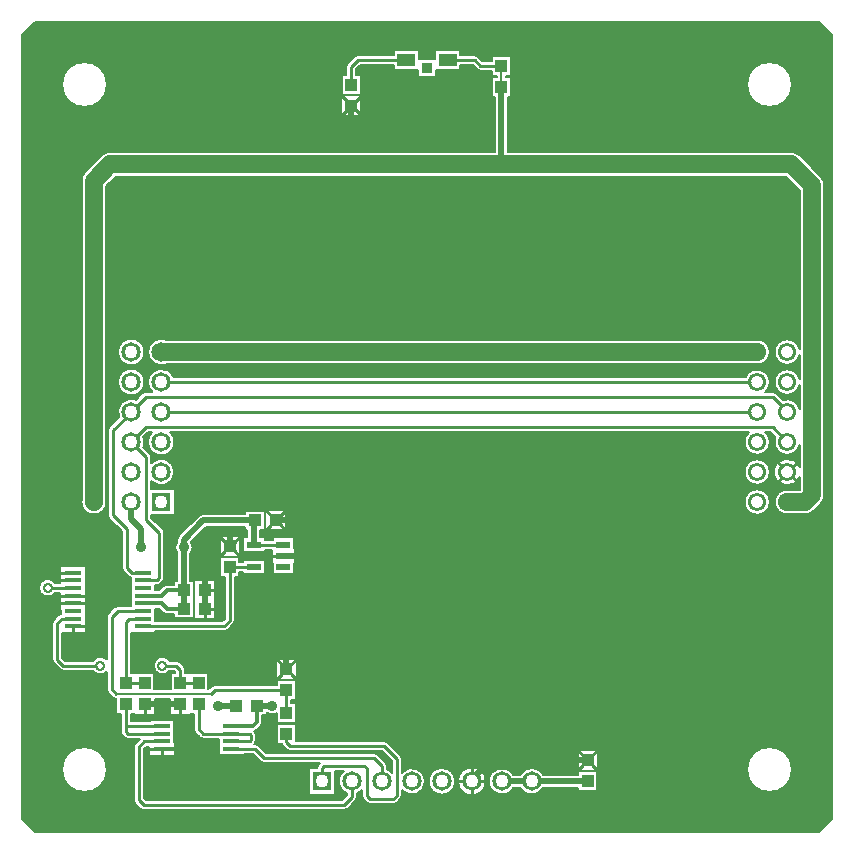
<source format=gbr>
G04 DesignSpark PCB PRO Gerber Version 10.0 Build 5299*
G04 #@! TF.Part,Single*
G04 #@! TF.FileFunction,Copper,L1,Top*
G04 #@! TF.FilePolarity,Positive*
%FSLAX35Y35*%
%MOIN*%
G04 #@! TA.AperFunction,SMDPad,CuDef*
%ADD78R,0.05807X0.01772*%
%ADD75R,0.03937X0.04291*%
%ADD79R,0.04724X0.02362*%
%ADD80R,0.04291X0.03937*%
%ADD76R,0.05906X0.04331*%
%ADD77R,0.03543X0.03543*%
G04 #@! TD.AperFunction*
%ADD22C,0.00500*%
%ADD10C,0.00787*%
%ADD28C,0.00984*%
%ADD11C,0.01000*%
%ADD27C,0.01181*%
%ADD26C,0.01969*%
G04 #@! TA.AperFunction,ViaPad*
%ADD12C,0.03543X0.01969*%
G04 #@! TD.AperFunction*
%ADD29C,0.05906*%
G04 #@! TA.AperFunction,ViaPad*
%ADD72C,0.06000X0.03500*%
G04 #@! TA.AperFunction,ComponentPad*
%ADD15C,0.06102X0.04094*%
%ADD73R,0.06496X0.06496X0.04331*%
%ADD74C,0.06496X0.04331*%
%ADD81C,0.39370X0.25000*%
G04 #@! TD.AperFunction*
X0Y0D02*
D02*
D10*
X6974Y268984D02*
Y7394D01*
X11331Y3037D01*
X272921D01*
X277278Y7394D01*
Y268984D01*
X272921Y273341D01*
X11331D01*
X6974Y268984D01*
X273394Y221626D02*
G75*
G02*
X274606Y218701I-2922J-2925D01*
G01*
Y115551D01*
G75*
G02*
X273394Y112626I-4134J0D01*
G01*
X271035Y110268D01*
G75*
G02*
X268110Y109055I-2925J2922D01*
G01*
X263112D01*
G75*
G02*
X257972Y113189I-907J4134D01*
G01*
G75*
G02*
X263112Y117323I4232J0D01*
G01*
X266339D01*
Y121556D01*
G75*
G02*
X257760Y123189I-4134J1633D01*
G01*
G75*
G02*
X266339Y124822I4445J0D01*
G01*
Y132281D01*
G75*
G02*
X257972Y133189I-4134J907D01*
G01*
G75*
G02*
X258273Y134755I4233J0D01*
G01*
X256630Y136398D01*
X254965D01*
G75*
G02*
X256437Y133189I-2760J-3209D01*
G01*
G75*
G02*
X247972I-4232J0D01*
G01*
G75*
G02*
X249445Y136398I4232J0D01*
G01*
X56596D01*
G75*
G02*
X57972Y133189I-3053J-3209D01*
G01*
G75*
G02*
X49114I-4429J0D01*
G01*
G75*
G02*
X50490Y136398I4429J0D01*
G01*
X49000D01*
X47591Y134988D01*
G75*
G02*
X47626Y131472I-4047J-1799D01*
G01*
X49803Y129295D01*
G75*
G02*
X50295Y128110I-1181J-1185D01*
G01*
Y126200D01*
G75*
G02*
X57972Y123189I3248J-3011D01*
G01*
G75*
G02*
X50295Y120178I-4429J0D01*
G01*
Y117618D01*
X57972D01*
Y108760D01*
X50295D01*
Y107976D01*
X54134Y104138D01*
G75*
G02*
X54626Y102953I-1181J-1185D01*
G01*
Y87992D01*
G75*
G02*
X54134Y86807I-1673J0D01*
G01*
X53252Y85925D01*
G75*
G02*
X52067Y85433I-1185J1181D01*
G01*
X51478D01*
Y83760D01*
X52908D01*
X54258Y85110D01*
G75*
G02*
X55512Y85630I1254J-1252D01*
G01*
X57740D01*
Y87008D01*
X58902D01*
Y96024D01*
G75*
G02*
Y100039I2165J2007D01*
G01*
Y100634D01*
G75*
G02*
X59536Y102165I2165J0D01*
G01*
X65989Y108618D01*
G75*
G02*
X67522Y109252I1531J-1531D01*
G01*
X81362D01*
Y110236D01*
X88016D01*
Y103937D01*
X86614D01*
Y101378D01*
X87992D01*
Y100689D01*
X90748D01*
Y101378D01*
X97835D01*
Y97850D01*
X98047D01*
Y92701D01*
X97835D01*
Y89173D01*
X90748D01*
Y92701D01*
X90535D01*
Y97343D01*
X87992D01*
Y96654D01*
X80906D01*
Y101378D01*
X82283D01*
Y103937D01*
X81362D01*
Y104921D01*
X68417D01*
X63372Y99877D01*
G75*
G02*
X63232Y96024I-2305J-1845D01*
G01*
Y87008D01*
X64394D01*
Y74409D01*
X57740D01*
Y75787D01*
X55512D01*
G75*
G02*
X54258Y76307I0J1772D01*
G01*
X52908Y77657D01*
X51478D01*
Y73425D01*
X73815D01*
X74705Y74315D01*
Y88055D01*
X73228D01*
Y94709D01*
X79528D01*
Y93209D01*
X80906D01*
Y93898D01*
X87992D01*
Y89173D01*
X80906D01*
Y89862D01*
X79528D01*
Y88055D01*
X78051D01*
Y73626D01*
G75*
G02*
Y73623I-793J-1D01*
G01*
G75*
G02*
Y73622I-683J0D01*
G01*
G75*
G02*
X77561Y72439I-1673J0D01*
G01*
X75691Y70569D01*
G75*
G02*
X74504Y70079I-1183J1183D01*
G01*
X51478D01*
Y69685D01*
X43406D01*
Y56039D01*
X51181D01*
Y50787D01*
X56693D01*
Y56039D01*
X58169D01*
Y56591D01*
X57772Y56988D01*
X56370D01*
G75*
G02*
X50984Y58661I-2433J1673D01*
G01*
G75*
G02*
X56370Y60335I2953J0D01*
G01*
X58465D01*
G75*
G02*
X59650Y59843I0J-1673D01*
G01*
X61024Y58469D01*
G75*
G02*
X61516Y57283I-1181J-1185D01*
G01*
Y56039D01*
X69291D01*
Y50791D01*
X70120Y51620D01*
G75*
G02*
X71307Y52110I1183J-1183D01*
G01*
X92126D01*
Y53764D01*
X98425D01*
Y47110D01*
X96949D01*
Y46197D01*
X98425D01*
Y39543D01*
X92126D01*
Y42778D01*
G75*
G02*
X88717Y42962I-1575J2498D01*
G01*
Y42126D01*
X87161D01*
Y39764D01*
G75*
G02*
X86642Y38510I-1772J0D01*
G01*
X85364Y37232D01*
G75*
G02*
X84506Y36757I-1254J1252D01*
G01*
X84646Y36618D01*
G75*
G02*
X85138Y35433I-1181J-1185D01*
G01*
Y33858D01*
G75*
G02*
X84646Y32673I-1673J0D01*
G01*
X84453Y32480D01*
X84941D01*
G75*
G02*
X86126Y31988I0J-1673D01*
G01*
X88488Y29626D01*
X124327D01*
G75*
G02*
X125514Y29136I3J-1673D01*
G01*
X128270Y26380D01*
G75*
G02*
X128760Y25197I-1183J-1183D01*
G01*
G75*
G02*
Y25196I-683J0D01*
G01*
G75*
G02*
Y25193I-793J-1D01*
G01*
Y24180D01*
G75*
G02*
X130413Y23003I-1673J-4101D01*
G01*
Y26866D01*
X127063Y30217D01*
X96457D01*
G75*
G02*
X95272Y30709I0J1673D01*
G01*
X94094Y31886D01*
G75*
G02*
X93688Y32543I1181J1185D01*
G01*
X92126D01*
Y39197D01*
X98425D01*
Y33563D01*
X127756D01*
G75*
G02*
X128941Y33071I0J-1673D01*
G01*
X133268Y28744D01*
G75*
G02*
X133760Y27559I-1181J-1185D01*
G01*
Y23003D01*
G75*
G02*
X141516Y20079I3327J-2924D01*
G01*
G75*
G02*
X133760Y17155I-4429J0D01*
G01*
Y15354D01*
G75*
G02*
X133268Y14169I-1673J0D01*
G01*
X132091Y12992D01*
G75*
G02*
X130906Y12500I-1185J1181D01*
G01*
X123228D01*
G75*
G02*
X122043Y12992I0J1673D01*
G01*
X120866Y14169D01*
G75*
G02*
X120374Y15354I1181J1185D01*
G01*
Y17111D01*
G75*
G02*
X118760Y15978I-3287J2969D01*
G01*
Y14724D01*
G75*
G02*
X118268Y13539I-1673J0D01*
G01*
X115752Y11024D01*
G75*
G02*
X114567Y10531I-1185J1181D01*
G01*
X47641D01*
G75*
G02*
X46455Y11022I-3J1673D01*
G01*
X44880Y12596D01*
G75*
G02*
X44390Y13780I1183J1183D01*
G01*
G75*
G02*
Y13783I793J2D01*
G01*
Y31493D01*
G75*
G02*
Y31495I793J2D01*
G01*
G75*
G02*
Y31496I683J0D01*
G01*
G75*
G02*
X44880Y32679I1673J0D01*
G01*
X46453Y34252D01*
X42425D01*
G75*
G02*
X41238Y34742I-3J1673D01*
G01*
X40549Y35431D01*
G75*
G02*
X40059Y36614I1183J1183D01*
G01*
G75*
G02*
Y36615I683J0D01*
G01*
G75*
G02*
Y36618I793J2D01*
G01*
Y42386D01*
X38583D01*
Y47539D01*
G75*
G02*
X37400Y48030I0J1673D01*
G01*
X35825Y49604D01*
G75*
G02*
X35335Y50787I1183J1183D01*
G01*
G75*
G02*
Y50788I683J0D01*
G01*
G75*
G02*
Y50791I793J2D01*
G01*
Y56553D01*
G75*
G02*
X30835Y56988I-2067J2109D01*
G01*
X20866D01*
G75*
G02*
X19681Y57480I0J1673D01*
G01*
X17717Y59445D01*
G75*
G02*
X17224Y60630I1181J1185D01*
G01*
Y72835D01*
G75*
G02*
X17717Y74020I1673J0D01*
G01*
X19189Y75492D01*
G75*
G02*
X20175Y75972I1185J-1181D01*
G01*
Y77150D01*
X19963D01*
Y82874D01*
X18181D01*
G75*
G02*
X12795Y84547I-2433J1673D01*
G01*
G75*
G02*
X18181Y86220I2953J0D01*
G01*
X19963D01*
Y91945D01*
X28557D01*
Y84827D01*
X28344D01*
Y84268D01*
X28557D01*
Y77150D01*
X28344D01*
Y74031D01*
X28557D01*
Y69472D01*
X20571D01*
Y61323D01*
X21559Y60335D01*
X30835D01*
G75*
G02*
X35335Y60770I2433J-1673D01*
G01*
Y74803D01*
G75*
G02*
X35827Y75988I1673J0D01*
G01*
X37890Y78051D01*
G75*
G02*
X39075Y78543I1185J-1181D01*
G01*
X43309D01*
Y88039D01*
G75*
G02*
X42518Y88482I392J1627D01*
G01*
X40943Y90057D01*
G75*
G02*
X40453Y91240I1183J1183D01*
G01*
G75*
G02*
Y91241I683J0D01*
G01*
G75*
G02*
Y91244I793J2D01*
G01*
Y103441D01*
X36220Y107673D01*
G75*
G02*
X35728Y108858I1181J1185D01*
G01*
Y137047D01*
G75*
G02*
X36220Y138232I1673J0D01*
G01*
X39460Y141472D01*
G75*
G02*
X45148Y147317I4083J1717D01*
G01*
X47240Y149409D01*
G75*
G02*
X48425Y149902I1185J-1181D01*
G01*
X50575D01*
G75*
G02*
X49114Y153189I2968J3287D01*
G01*
G75*
G02*
X57644Y154862I4429J0D01*
G01*
X248317D01*
G75*
G02*
X256437Y153189I3887J-1673D01*
G01*
G75*
G02*
X254870Y149902I-4232J0D01*
G01*
X257362D01*
G75*
G02*
X258547Y149409I0J-1673D01*
G01*
X260782Y147175D01*
G75*
G02*
X266339Y144096I1423J-3986D01*
G01*
Y152281D01*
G75*
G02*
X257972Y153189I-4134J907D01*
G01*
G75*
G02*
X266339Y154096I4232J0D01*
G01*
Y162281D01*
G75*
G02*
X257972Y163189I-4134J907D01*
G01*
G75*
G02*
X266339Y164096I4232J0D01*
G01*
Y216989D01*
X261674Y221654D01*
X38326D01*
X35236Y218563D01*
Y113816D01*
G75*
G02*
X35283Y113189I-4134J-627D01*
G01*
G75*
G02*
X26921I-4181J0D01*
G01*
G75*
G02*
X26969Y113816I4181J0D01*
G01*
Y220276D01*
G75*
G02*
X28181Y223200I4134J0D01*
G01*
X33689Y228709D01*
G75*
G02*
X36614Y229921I2925J-2922D01*
G01*
X164764D01*
Y248291D01*
X163780D01*
Y254945D01*
X165498D01*
Y255291D01*
X163780D01*
Y256945D01*
X159889D01*
G75*
G02*
X158703Y257435I-3J1673D01*
G01*
X157378Y258760D01*
X153150D01*
Y257087D01*
X145079D01*
Y254921D01*
X139173D01*
Y257087D01*
X131102D01*
Y258760D01*
X119787D01*
X118602Y257575D01*
Y255646D01*
X120079D01*
Y248992D01*
X113780D01*
Y255646D01*
X115256D01*
Y258264D01*
G75*
G02*
Y258267I793J2D01*
G01*
G75*
G02*
Y258268I683J0D01*
G01*
G75*
G02*
X115746Y259451I1673J0D01*
G01*
X117911Y261616D01*
G75*
G02*
X119098Y262106I1183J-1183D01*
G01*
X131102D01*
Y263780D01*
X139370D01*
Y260827D01*
X144882D01*
Y263780D01*
X153150D01*
Y262106D01*
X158067D01*
G75*
G02*
X159254Y261616I3J-1673D01*
G01*
X160579Y260291D01*
X163780D01*
Y261945D01*
X170079D01*
Y255291D01*
X168360D01*
Y254945D01*
X170079D01*
Y248291D01*
X169094D01*
Y229921D01*
X263386D01*
G75*
G02*
X266311Y228709I0J-4134D01*
G01*
X273394Y221626D01*
X39114Y153189D02*
G75*
G02*
X47972I4429J0D01*
G01*
G75*
G02*
X39114I-4429J0D01*
G01*
Y163189D02*
G75*
G02*
X47972I4429J0D01*
G01*
G75*
G02*
X39114I-4429J0D01*
G01*
X251297Y167323D02*
G75*
G02*
X256437Y163189I907J-4134D01*
G01*
G75*
G02*
X251297Y159055I-4232J0D01*
G01*
X55133D01*
G75*
G02*
X49114Y163189I-1590J4134D01*
G01*
G75*
G02*
X55133Y167323I4429J0D01*
G01*
X251297D01*
X88150Y110449D02*
X95228D01*
Y103724D01*
X88150D01*
Y110449D01*
X142657Y20079D02*
G75*
G02*
X151516I4429J0D01*
G01*
G75*
G02*
X142657I-4429J0D01*
G01*
X152445D02*
G75*
G02*
X161728I4642J0D01*
G01*
G75*
G02*
X152445I-4642J0D01*
G01*
X192520Y23449D02*
X198819D01*
Y16795D01*
X192520D01*
Y17913D01*
X180950D01*
G75*
G02*
X173223I-3864J2165D01*
G01*
X170950D01*
G75*
G02*
X162657Y20079I-3864J2165D01*
G01*
G75*
G02*
X170950Y22244I4429J0D01*
G01*
X173223D01*
G75*
G02*
X180950I3864J-2165D01*
G01*
X192520D01*
Y23449D01*
X192307Y30661D02*
X199031D01*
Y23583D01*
X192307D01*
Y30661D01*
X247972Y113189D02*
G75*
G02*
X256437I4232J0D01*
G01*
G75*
G02*
X247972I-4232J0D01*
G01*
X248819Y24016D02*
G75*
G02*
X263780I7480J0D01*
G01*
G75*
G02*
X248819I-7480J0D01*
G01*
X247972Y123189D02*
G75*
G02*
X256437I4232J0D01*
G01*
G75*
G02*
X247972I-4232J0D01*
G01*
X91913Y60976D02*
X98638D01*
Y53898D01*
X91913D01*
Y60976D01*
X73016Y101921D02*
X79740D01*
Y94843D01*
X73016D01*
Y101921D01*
X64528Y87220D02*
X71606D01*
Y74197D01*
X64528D01*
Y87220D01*
X20472Y24016D02*
G75*
G02*
X35433I7480J0D01*
G01*
G75*
G02*
X20472I-7480J0D01*
G01*
Y252362D02*
G75*
G02*
X35433I7480J0D01*
G01*
G75*
G02*
X20472I-7480J0D01*
G01*
X113567Y248858D02*
X120291D01*
Y241780D01*
X113567D01*
Y248858D01*
X248819Y252362D02*
G75*
G02*
X263780I7480J0D01*
G01*
G75*
G02*
X248819I-7480J0D01*
G01*
X7368Y20079D02*
G36*
X7368Y20079D02*
Y7000D01*
X10937Y3431D01*
X273315D01*
X276884Y7000D01*
Y20079D01*
X262659D01*
G75*
G02*
X249939I-6360J3937D01*
G01*
X198819D01*
Y16795D01*
X192520D01*
Y17913D01*
X180950D01*
G75*
G02*
X173223I-3864J2165D01*
G01*
X170950D01*
G75*
G02*
X162657Y20079I-3864J2165D01*
G01*
X161728D01*
G75*
G02*
X152445I-4642J0D01*
G01*
X151516D01*
G75*
G02*
X142657I-4429J0D01*
G01*
X141516D01*
Y20078D01*
G75*
G02*
X133760Y17155I-4429J0D01*
G01*
Y15354D01*
G75*
G02*
X133268Y14169I-1673J0D01*
G01*
X132091Y12992D01*
G75*
G02*
X130906Y12500I-1185J1180D01*
G01*
X123228D01*
G75*
G02*
X122043Y12992I0J1672D01*
G01*
X120866Y14169D01*
G75*
G02*
X120374Y15354I1181J1185D01*
G01*
Y17111D01*
G75*
G02*
X118760Y15978I-3285J2965D01*
G01*
Y14724D01*
G75*
G02*
X118268Y13539I-1673J0D01*
G01*
X115752Y11024D01*
G75*
G02*
X114567Y10531I-1185J1180D01*
G01*
X47641D01*
G75*
G02*
X46455Y11022I-3J1674D01*
G01*
X44880Y12596D01*
G75*
G02*
X44390Y13780I1185J1184D01*
G01*
Y13780D01*
Y13783D01*
Y20079D01*
X34313D01*
G75*
G02*
X21593I-6360J3937D01*
G01*
X7368D01*
G37*
Y27122D02*
G36*
X7368Y27122D02*
Y20079D01*
X21593D01*
G75*
G02*
X20472Y24016I6361J3937D01*
G01*
G75*
G02*
X21148Y27122I7481J0D01*
G01*
X7368D01*
G37*
X35433Y24016D02*
G36*
X35433Y24016D02*
G75*
G02*
X34313Y20079I-7481J0D01*
G01*
X44390D01*
Y27122D01*
X34757D01*
G75*
G02*
X35433Y24016I-6805J-3107D01*
G01*
G37*
X127528Y27122D02*
G36*
X127528Y27122D02*
X128270Y26380D01*
G75*
G02*
X128760Y25197I-1185J-1184D01*
G01*
Y25196D01*
Y25193D01*
Y24180D01*
G75*
G02*
X130413Y23003I-1673J-4101D01*
G01*
Y26866D01*
X130157Y27122D01*
X127528D01*
G37*
X133760D02*
G36*
X133760Y27122D02*
Y23003D01*
G75*
G02*
X141516Y20079I3327J-2924D01*
G01*
Y20079D01*
X142657D01*
G75*
G02*
X151516I4429J0D01*
G01*
X152445D01*
G75*
G02*
X161728I4642J0D01*
G01*
X162657D01*
G75*
G02*
X170950Y22244I4429J0D01*
G01*
X173223D01*
G75*
G02*
X180950I3864J-2165D01*
G01*
X192520D01*
Y23449D01*
X198819D01*
Y20079D01*
X249939D01*
G75*
G02*
X248819Y24016I6361J3937D01*
G01*
G75*
G02*
X249494Y27122I7481J0D01*
G01*
X199031D01*
Y23583D01*
X192307D01*
Y27122D01*
X133760D01*
G37*
X263780Y24016D02*
G36*
X263780Y24016D02*
G75*
G02*
X262659Y20079I-7481J0D01*
G01*
X276884D01*
Y27122D01*
X263104D01*
G75*
G02*
X263780Y24016I-6805J-3107D01*
G01*
G37*
X7368Y57437D02*
G36*
X7368Y57437D02*
Y27122D01*
X21148D01*
G75*
G02*
X34757I6805J-3106D01*
G01*
X44390D01*
Y31493D01*
Y31495D01*
Y31496D01*
G75*
G02*
X44880Y32679I1676J-1D01*
G01*
X46453Y34252D01*
X42425D01*
G75*
G02*
X41238Y34742I-3J1674D01*
G01*
X40549Y35431D01*
G75*
G02*
X40059Y36614I1185J1184D01*
G01*
Y36615D01*
Y36618D01*
Y42386D01*
X38583D01*
Y47539D01*
G75*
G02*
X37400Y48030I1J1676D01*
G01*
X35825Y49604D01*
G75*
G02*
X35335Y50787I1185J1184D01*
G01*
Y50788D01*
Y50791D01*
Y56553D01*
G75*
G02*
X30835Y56988I-2067J2109D01*
G01*
X20866D01*
G75*
G02*
X19726Y57437I0J1672D01*
G01*
X7368D01*
G37*
X43406D02*
G36*
X43406Y57437D02*
Y56039D01*
X51181D01*
Y50787D01*
X56693D01*
Y56039D01*
X58169D01*
Y56591D01*
X57772Y56988D01*
X56370D01*
G75*
G02*
X51250Y57437I-2433J1674D01*
G01*
X43406D01*
G37*
X61516Y57283D02*
G36*
X61516Y57283D02*
Y56039D01*
X69291D01*
Y50791D01*
X70120Y51620D01*
G75*
G02*
X71307Y52110I1183J-1184D01*
G01*
X92126D01*
Y53764D01*
X98425D01*
Y47110D01*
X96949D01*
Y46197D01*
X98425D01*
Y39543D01*
X92126D01*
Y42778D01*
G75*
G02*
X88717Y42962I-1575J2498D01*
G01*
Y42126D01*
X87161D01*
Y39764D01*
G75*
G02*
X86642Y38510I-1772J0D01*
G01*
X85364Y37232D01*
G75*
G02*
X84506Y36757I-1252J1249D01*
G01*
X84646Y36618D01*
G75*
G02*
X85138Y35433I-1181J-1185D01*
G01*
Y33858D01*
G75*
G02*
X84646Y32673I-1673J0D01*
G01*
X84453Y32480D01*
X84941D01*
G75*
G02*
X86126Y31988I0J-1672D01*
G01*
X88488Y29626D01*
X124327D01*
G75*
G02*
X125514Y29136I3J-1674D01*
G01*
X127528Y27122D01*
X130157D01*
X127063Y30217D01*
X96457D01*
G75*
G02*
X95272Y30709I0J1672D01*
G01*
X94094Y31886D01*
G75*
G02*
X93688Y32543I1187J1189D01*
G01*
X92126D01*
Y39197D01*
X98425D01*
Y33563D01*
X127756D01*
G75*
G02*
X128941Y33071I0J-1672D01*
G01*
X133268Y28744D01*
G75*
G02*
X133760Y27559I-1181J-1185D01*
G01*
Y27122D01*
X192307D01*
Y30661D01*
X199031D01*
Y27122D01*
X249494D01*
G75*
G02*
X263104I6805J-3106D01*
G01*
X276884D01*
Y57437D01*
X98638D01*
Y53898D01*
X91913D01*
Y57437D01*
X61509D01*
G75*
G02*
X61516Y57283I-1667J-154D01*
G01*
G37*
X7368Y80709D02*
G36*
X7368Y80709D02*
Y57437D01*
X19726D01*
G75*
G02*
X19681Y57480I1140J1226D01*
G01*
X17717Y59445D01*
G75*
G02*
X17224Y60630I1181J1185D01*
G01*
Y72835D01*
G75*
G02*
X17717Y74020I1673J0D01*
G01*
X19189Y75492D01*
G75*
G02*
X20175Y75972I1186J-1183D01*
G01*
Y77150D01*
X19963D01*
Y80709D01*
X7368D01*
G37*
X20571Y69472D02*
G36*
X20571Y69472D02*
Y61323D01*
X21559Y60335D01*
X30835D01*
G75*
G02*
X35335Y60770I2433J-1674D01*
G01*
Y74803D01*
G75*
G02*
X35827Y75988I1673J0D01*
G01*
X37890Y78051D01*
G75*
G02*
X39075Y78543I1185J-1180D01*
G01*
X43309D01*
Y80709D01*
X28557D01*
Y77150D01*
X28344D01*
Y74031D01*
X28557D01*
Y69472D01*
X20571D01*
G37*
X43406Y69685D02*
G36*
X43406Y69685D02*
Y57437D01*
X51250D01*
G75*
G02*
X50984Y58661I2687J1224D01*
G01*
G75*
G02*
X56370Y60335I2953J0D01*
G01*
X58465D01*
G75*
G02*
X59650Y59843I0J-1672D01*
G01*
X61024Y58469D01*
G75*
G02*
X61509Y57437I-1180J-1185D01*
G01*
X91913D01*
Y60976D01*
X98638D01*
Y57437D01*
X276884D01*
Y80709D01*
X78051D01*
Y73626D01*
Y73623D01*
Y73622D01*
G75*
G02*
X77561Y72439I-1676J1D01*
G01*
X75691Y70569D01*
G75*
G02*
X74504Y70079I-1183J1184D01*
G01*
X51478D01*
Y69685D01*
X43406D01*
G37*
X51478Y77657D02*
G36*
X51478Y77657D02*
Y73425D01*
X73815D01*
X74705Y74315D01*
Y80709D01*
X71606D01*
Y74197D01*
X64528D01*
Y80709D01*
X64394D01*
Y74409D01*
X57740D01*
Y75787D01*
X55512D01*
G75*
G02*
X54258Y76307I0J1772D01*
G01*
X52908Y77657D01*
X51478D01*
G37*
X7368Y98382D02*
G36*
X7368Y98382D02*
Y80709D01*
X19963D01*
Y82874D01*
X18181D01*
G75*
G02*
X12795Y84547I-2433J1674D01*
G01*
G75*
G02*
X18181Y86220I2953J0D01*
G01*
X19963D01*
Y91945D01*
X28557D01*
Y84827D01*
X28344D01*
Y84268D01*
X28557D01*
Y80709D01*
X43309D01*
Y88039D01*
G75*
G02*
X42518Y88482I393J1629D01*
G01*
X40943Y90057D01*
G75*
G02*
X40453Y91240I1185J1184D01*
G01*
Y91241D01*
Y91244D01*
Y98382D01*
X7368D01*
G37*
X51478Y85433D02*
G36*
X51478Y85433D02*
Y83760D01*
X52908D01*
X54258Y85110D01*
G75*
G02*
X55512Y85630I1254J-1252D01*
G01*
X57740D01*
Y87008D01*
X58902D01*
Y96024D01*
G75*
G02*
X58114Y98031I2165J2007D01*
G01*
G75*
G02*
X58135Y98382I2953J0D01*
G01*
X54626D01*
Y87992D01*
G75*
G02*
X54134Y86807I-1673J0D01*
G01*
X53252Y85925D01*
G75*
G02*
X52067Y85433I-1185J1180D01*
G01*
X51478D01*
G37*
X63232Y96024D02*
G36*
X63232Y96024D02*
Y87008D01*
X64394D01*
Y80709D01*
X64528D01*
Y87220D01*
X71606D01*
Y80709D01*
X74705D01*
Y88055D01*
X73228D01*
Y94709D01*
X79528D01*
Y93209D01*
X80906D01*
Y93898D01*
X87992D01*
Y89173D01*
X80906D01*
Y89862D01*
X79528D01*
Y88055D01*
X78051D01*
Y80709D01*
X276884D01*
Y98382D01*
X97835D01*
Y97850D01*
X98047D01*
Y92701D01*
X97835D01*
Y89173D01*
X90748D01*
Y92701D01*
X90535D01*
Y97343D01*
X87992D01*
Y96654D01*
X80906D01*
Y98382D01*
X79740D01*
Y94843D01*
X73016D01*
Y98382D01*
X63999D01*
G75*
G02*
X64020Y98031I-2932J-350D01*
G01*
G75*
G02*
X63232Y96024I-2953J0D01*
G01*
G37*
X7368Y107087D02*
G36*
X7368Y107087D02*
Y98382D01*
X40453D01*
Y103441D01*
X36807Y107087D01*
X7368D01*
G37*
X51185D02*
G36*
X51185Y107087D02*
X54134Y104138D01*
G75*
G02*
X54626Y102953I-1181J-1185D01*
G01*
Y98382D01*
X58135D01*
G75*
G02*
X58902Y100039I2932J-350D01*
G01*
Y100634D01*
G75*
G02*
X59536Y102165I2166J0D01*
G01*
X64457Y107087D01*
X51185D01*
G37*
X63372Y99877D02*
G36*
X63372Y99877D02*
G75*
G02*
X63999Y98382I-2305J-1845D01*
G01*
X73016D01*
Y101921D01*
X79740D01*
Y98382D01*
X80906D01*
Y101378D01*
X82283D01*
Y103937D01*
X81362D01*
Y104921D01*
X68417D01*
X63372Y99877D01*
G37*
X86614Y103937D02*
G36*
X86614Y103937D02*
Y101378D01*
X87992D01*
Y100689D01*
X90748D01*
Y101378D01*
X97835D01*
Y98382D01*
X276884D01*
Y107087D01*
X95228D01*
Y103724D01*
X88150D01*
Y107087D01*
X88016D01*
Y103937D01*
X86614D01*
G37*
X7368Y113189D02*
G36*
X7368Y113189D02*
Y107087D01*
X36807D01*
X36220Y107673D01*
G75*
G02*
X35728Y108858I1181J1185D01*
G01*
Y113189D01*
X35283D01*
G75*
G02*
X26921I-4181J0D01*
G01*
X7368D01*
G37*
X50295Y108760D02*
G36*
X50295Y108760D02*
Y107976D01*
X51185Y107087D01*
X64457D01*
X65989Y108618D01*
G75*
G02*
X67522Y109252I1532J-1533D01*
G01*
X81362D01*
Y110236D01*
X88016D01*
Y107087D01*
X88150D01*
Y110449D01*
X95228D01*
Y107087D01*
X276884D01*
Y113189D01*
X273865D01*
G75*
G02*
X273394Y112626I-3394J2363D01*
G01*
X271035Y110268D01*
G75*
G02*
X268110Y109055I-2926J2923D01*
G01*
X263112D01*
G75*
G02*
X257972Y113189I-907J4134D01*
G01*
X256437D01*
G75*
G02*
X247972I-4232J0D01*
G01*
X57972D01*
Y108760D01*
X50295D01*
G37*
X7368Y123189D02*
G36*
X7368Y123189D02*
Y113189D01*
X26921D01*
Y113189D01*
G75*
G02*
X26969Y113816I4177J0D01*
G01*
Y123189D01*
X7368D01*
G37*
X35236D02*
G36*
X35236Y123189D02*
Y113816D01*
G75*
G02*
X35283Y113189I-4130J-626D01*
G01*
Y113189D01*
X35728D01*
Y123189D01*
X35236D01*
G37*
X50295Y120178D02*
G36*
X50295Y120178D02*
Y117618D01*
X57972D01*
Y113189D01*
X247972D01*
G75*
G02*
X256437I4232J0D01*
G01*
X257972D01*
G75*
G02*
X263112Y117323I4232J0D01*
G01*
X266339D01*
Y121556D01*
G75*
G02*
X257760Y123189I-4134J1633D01*
G01*
X256437D01*
G75*
G02*
X247972I-4232J0D01*
G01*
X57972D01*
G75*
G02*
X50295Y120178I-4429J0D01*
G01*
G37*
X274606Y115551D02*
G36*
X274606Y115551D02*
G75*
G02*
X273865Y113189I-4136J1D01*
G01*
X276884D01*
Y123189D01*
X274606D01*
Y115551D01*
G37*
X7368Y137156D02*
G36*
X7368Y137156D02*
Y123189D01*
X26969D01*
Y137156D01*
X7368D01*
G37*
X35236D02*
G36*
X35236Y137156D02*
Y123189D01*
X35728D01*
Y137047D01*
G75*
G02*
X35732Y137156I1675J-1D01*
G01*
X35236D01*
G37*
X47973Y133189D02*
G36*
X47973Y133189D02*
G75*
G02*
X47626Y131472I-4428J0D01*
G01*
X49803Y129295D01*
G75*
G02*
X50295Y128110I-1181J-1185D01*
G01*
Y126200D01*
G75*
G02*
X57972Y123189I3248J-3011D01*
G01*
X247972D01*
G75*
G02*
X256437I4232J0D01*
G01*
X257760D01*
G75*
G02*
X266339Y124822I4445J0D01*
G01*
Y132281D01*
G75*
G02*
X257972Y133189I-4134J907D01*
G01*
G75*
G02*
X258273Y134755I4241J-2D01*
G01*
X256630Y136398D01*
X254965D01*
G75*
G02*
X256437Y133189I-2761J-3209D01*
G01*
G75*
G02*
X247972I-4232J0D01*
G01*
G75*
G02*
X249445Y136398I4233J0D01*
G01*
X56596D01*
G75*
G02*
X57972Y133189I-3055J-3209D01*
G01*
G75*
G02*
X49114I-4429J0D01*
G01*
G75*
G02*
X50490Y136398I4431J-1D01*
G01*
X49000D01*
X47591Y134988D01*
G75*
G02*
X47973Y133189I-4045J-1800D01*
G01*
G37*
X274606Y137156D02*
G36*
X274606Y137156D02*
Y123189D01*
X276884D01*
Y137156D01*
X274606D01*
G37*
X7368Y153189D02*
G36*
X7368Y153189D02*
Y137156D01*
X26969D01*
Y153189D01*
X7368D01*
G37*
X35236D02*
G36*
X35236Y153189D02*
Y137156D01*
X35732D01*
G75*
G02*
X36220Y138232I1669J-108D01*
G01*
X39460Y141472D01*
G75*
G02*
X39114Y143189I4083J1716D01*
G01*
G75*
G02*
X45148Y147317I4429J0D01*
G01*
X47240Y149409D01*
G75*
G02*
X48425Y149902I1185J-1180D01*
G01*
X50575D01*
G75*
G02*
X49114Y153189I2969J3288D01*
G01*
X47972D01*
G75*
G02*
X39114I-4429J0D01*
G01*
X35236D01*
G37*
X256437Y153188D02*
G36*
X256437Y153188D02*
G75*
G02*
X254870Y149902I-4230J0D01*
G01*
X257362D01*
G75*
G02*
X258547Y149409I0J-1672D01*
G01*
X260782Y147175D01*
G75*
G02*
X266339Y144096I1423J-3986D01*
G01*
Y152281D01*
G75*
G02*
X257972Y153189I-4134J907D01*
G01*
X256437D01*
G75*
G02*
Y153188I-4834J0D01*
G01*
G37*
X274606Y153189D02*
G36*
X274606Y153189D02*
Y137156D01*
X276884D01*
Y153189D01*
X274606D01*
G37*
X7368Y163189D02*
G36*
X7368Y163189D02*
Y153189D01*
X26969D01*
Y163189D01*
X7368D01*
G37*
X35236D02*
G36*
X35236Y163189D02*
Y153189D01*
X39114D01*
G75*
G02*
X47972I4429J0D01*
G01*
X49114D01*
G75*
G02*
X57644Y154862I4429J0D01*
G01*
X248317D01*
G75*
G02*
X256437Y153189I3887J-1673D01*
G01*
X257972D01*
G75*
G02*
X266339Y154096I4232J0D01*
G01*
Y162281D01*
G75*
G02*
X257972Y163189I-4134J907D01*
G01*
X256437D01*
G75*
G02*
X251297Y159055I-4232J0D01*
G01*
X55133D01*
G75*
G02*
X49114Y163189I-1591J4133D01*
G01*
Y163189D01*
X47972D01*
G75*
G02*
X39114I-4429J0D01*
G01*
X35236D01*
G37*
X274606D02*
G36*
X274606Y163189D02*
Y153189D01*
X276884D01*
Y163189D01*
X274606D01*
G37*
X7368Y245319D02*
G36*
X7368Y245319D02*
Y163189D01*
X26969D01*
Y220276D01*
G75*
G02*
X28181Y223200I4136J-1D01*
G01*
X33689Y228709D01*
G75*
G02*
X36614Y229921I2926J-2923D01*
G01*
X164764D01*
Y245319D01*
X120291D01*
Y241780D01*
X113567D01*
Y245319D01*
X30472D01*
G75*
G02*
X25433I-2519J7043D01*
G01*
X7368D01*
G37*
X35236Y218563D02*
G36*
X35236Y218563D02*
Y163189D01*
X39114D01*
G75*
G02*
X47972I4429J0D01*
G01*
X49114D01*
Y163189D01*
G75*
G02*
X55133Y167323I4429J0D01*
G01*
X251297D01*
G75*
G02*
X256437Y163189I907J-4134D01*
G01*
X257972D01*
G75*
G02*
X266339Y164096I4232J0D01*
G01*
Y216989D01*
X261674Y221654D01*
X38326D01*
X35236Y218563D01*
G37*
X169094Y245319D02*
G36*
X169094Y245319D02*
Y229921D01*
X263386D01*
G75*
G02*
X266311Y228709I-1J-4136D01*
G01*
X273394Y221626D01*
G75*
G02*
X274606Y218701I-2923J-2926D01*
G01*
Y163189D01*
X276884D01*
Y245319D01*
X258819D01*
G75*
G02*
X253780I-2519J7043D01*
G01*
X169094D01*
G37*
X7368Y252362D02*
G36*
X7368Y252362D02*
Y245319D01*
X25433D01*
G75*
G02*
X20472Y252362I2519J7043D01*
G01*
X7368D01*
G37*
X35433D02*
G36*
X35433Y252362D02*
G75*
G02*
X30472Y245319I-7480J0D01*
G01*
X113567D01*
Y248858D01*
X120291D01*
Y245319D01*
X164764D01*
Y248291D01*
X163780D01*
Y252362D01*
X120079D01*
Y248992D01*
X113780D01*
Y252362D01*
X35433D01*
G37*
X169094Y248291D02*
G36*
X169094Y248291D02*
Y245319D01*
X253780D01*
G75*
G02*
X248819Y252362I2519J7043D01*
G01*
X170079D01*
Y248291D01*
X169094D01*
G37*
X263780Y252362D02*
G36*
X263780Y252362D02*
G75*
G02*
X258819Y245319I-7480J0D01*
G01*
X276884D01*
Y252362D01*
X263780D01*
G37*
X7368Y269378D02*
G36*
X7368Y269378D02*
Y252362D01*
X20472D01*
G75*
G02*
X35433I7480J0D01*
G01*
X113780D01*
Y255646D01*
X115256D01*
Y258264D01*
Y258267D01*
Y258268D01*
G75*
G02*
X115746Y259451I1676J-1D01*
G01*
X117911Y261616D01*
G75*
G02*
X119098Y262106I1183J-1184D01*
G01*
X131102D01*
Y263780D01*
X139370D01*
Y260827D01*
X144882D01*
Y263780D01*
X153150D01*
Y262106D01*
X158067D01*
G75*
G02*
X159254Y261616I3J-1674D01*
G01*
X160579Y260291D01*
X163780D01*
Y261945D01*
X170079D01*
Y255291D01*
X168360D01*
Y254945D01*
X170079D01*
Y252362D01*
X248819D01*
G75*
G02*
X263780I7480J0D01*
G01*
X276884D01*
Y269378D01*
X273315Y272947D01*
X10937D01*
X7368Y269378D01*
G37*
X118602Y257575D02*
G36*
X118602Y257575D02*
Y255646D01*
X120079D01*
Y252362D01*
X163780D01*
Y254945D01*
X165498D01*
Y255291D01*
X163780D01*
Y256945D01*
X159889D01*
G75*
G02*
X158703Y257435I-3J1674D01*
G01*
X157378Y258760D01*
X153150D01*
Y257087D01*
X145079D01*
Y254921D01*
X139173D01*
Y257087D01*
X131102D01*
Y258760D01*
X119787D01*
X118602Y257575D01*
G37*
X38583Y49213D02*
X70079D01*
X43406Y42386D02*
Y40157D01*
X49703D01*
Y40551D01*
X57872D01*
Y33087D01*
X58085D01*
Y28528D01*
X49490D01*
Y31693D01*
X48626D01*
X47736Y30803D01*
Y14472D01*
X48331Y13878D01*
X113874D01*
X115413Y15417D01*
Y15978D01*
G75*
G02*
X114303Y23524I1673J4101D01*
G01*
X111516D01*
Y15650D01*
X102657D01*
Y24508D01*
X105416D01*
G75*
G02*
X105906Y25594I1670J-99D01*
G01*
X106591Y26280D01*
X87795D01*
G75*
G02*
X86610Y26772I0J1673D01*
G01*
X84248Y29134D01*
X81006D01*
Y28740D01*
X72837D01*
Y34252D01*
X67618D01*
G75*
G02*
X66433Y34744I0J1673D01*
G01*
X64961Y36217D01*
G75*
G02*
X64469Y37402I1181J1185D01*
G01*
Y42386D01*
X63205D01*
Y42173D01*
X56480D01*
Y47638D01*
X51394D01*
Y42173D01*
X44669D01*
Y42386D01*
X43406D01*
G36*
X43406Y42386D02*
Y40157D01*
X49703D01*
Y40551D01*
X57872D01*
Y33087D01*
X58085D01*
Y28528D01*
X49490D01*
Y31693D01*
X48626D01*
X47736Y30803D01*
Y14472D01*
X48331Y13878D01*
X113874D01*
X115413Y15417D01*
Y15978D01*
G75*
G02*
X114303Y23524I1673J4101D01*
G01*
X111516D01*
Y15650D01*
X102657D01*
Y24508D01*
X105416D01*
G75*
G02*
X105906Y25594I1670J-99D01*
G01*
X106591Y26280D01*
X87795D01*
G75*
G02*
X86610Y26772I0J1673D01*
G01*
X84248Y29134D01*
X81006D01*
Y28740D01*
X72837D01*
Y34252D01*
X67618D01*
G75*
G02*
X66433Y34744I0J1673D01*
G01*
X64961Y36217D01*
G75*
G02*
X64469Y37402I1181J1185D01*
G01*
Y42386D01*
X63205D01*
Y42173D01*
X56480D01*
Y47638D01*
X51394D01*
Y42173D01*
X44669D01*
Y42386D01*
X43406D01*
G37*
D02*
D11*
X21856Y79429D02*
X19856D01*
X21856Y81988D02*
X19856D01*
X24260Y71366D02*
Y69366D01*
X26663Y71752D02*
X28663D01*
X26663Y79429D02*
X28663D01*
X26663Y81988D02*
X28663D01*
X48031Y44067D02*
Y42067D01*
X49500Y45713D02*
X51500D01*
X51384Y30807D02*
X49384D01*
X53787Y30421D02*
Y28421D01*
X56191Y30807D02*
X58191D01*
X58374Y45713D02*
X56374D01*
X59843Y44067D02*
Y42067D01*
X68067Y76091D02*
Y74091D01*
Y85327D02*
Y87327D01*
X69713Y77559D02*
X71713D01*
X69713Y83858D02*
X71713D01*
X74763Y96767D02*
X72909Y94913D01*
X74763Y99997D02*
X72909Y101850D01*
X77993Y96767D02*
X79846Y94913D01*
X77993Y99997D02*
X79846Y101850D01*
X90074Y105472D02*
X88220Y103618D01*
X90074Y108702D02*
X88220Y110555D01*
X92429Y95276D02*
X90429D01*
X93304Y105472D02*
X95157Y103618D01*
X93304Y108702D02*
X95157Y110555D01*
X93661Y55822D02*
X91807Y53969D01*
X93661Y59052D02*
X91807Y60906D01*
X96154Y95276D02*
X98154D01*
X96891Y55822D02*
X98744Y53969D01*
X96891Y59052D02*
X98744Y60906D01*
X115314Y243704D02*
X113461Y241850D01*
X115314Y246934D02*
X113461Y248787D01*
X118544Y243704D02*
X120398Y241850D01*
X118544Y246934D02*
X120398Y248787D01*
X154339Y20079D02*
X152339D01*
X157087Y17331D02*
Y15331D01*
Y22827D02*
Y24827D01*
X159835Y20079D02*
X161835D01*
X194054Y25507D02*
X192201Y23654D01*
X194054Y28737D02*
X192201Y30591D01*
X197284Y25507D02*
X199138Y23654D01*
X197284Y28737D02*
X199138Y30591D01*
X260401Y121385D02*
X258987Y119971D01*
X260401Y124993D02*
X258987Y126407D01*
X264009Y121385D02*
X265423Y119971D01*
X264009Y124993D02*
X265423Y126407D01*
D02*
D12*
X15748Y84547D03*
X22441Y96457D03*
X24252Y68071D03*
X33071Y77559D03*
Y83858D03*
X33268Y58661D03*
X46850Y98031D03*
X53819Y45669D03*
X53937Y58661D03*
X61067Y98031D03*
X61811Y32677D03*
X63386Y66929D03*
Y130315D03*
Y185039D03*
Y216929D03*
X68110Y88976D03*
X72441Y45276D03*
X76378Y103150D03*
X90551Y45276D03*
X95276Y62992D03*
X97638Y107087D03*
X99606Y95276D03*
X102756Y66929D03*
Y98819D03*
Y130315D03*
Y185039D03*
Y216929D03*
Y256299D03*
X116929Y239370D03*
X142126Y66929D03*
Y98819D03*
Y130315D03*
X181496Y66929D03*
Y98819D03*
Y130315D03*
Y185039D03*
Y216929D03*
Y256299D03*
X220866Y66929D03*
Y98819D03*
Y130315D03*
Y185039D03*
Y216929D03*
Y256299D03*
D02*
D15*
X252205Y113189D03*
Y123189D03*
Y133189D03*
Y143189D03*
Y153189D03*
Y163189D03*
X262205Y113189D03*
Y123189D03*
Y133189D03*
Y143189D03*
Y153189D03*
Y163189D03*
D02*
D22*
X166929Y252618D02*
Y257618D01*
D02*
D26*
X43543Y110039D02*
Y107638D01*
X46850Y104331D01*
Y98031D01*
X48031Y45713D02*
X59843D01*
X61067Y77559D02*
Y83858D01*
Y98031D01*
X68067Y77559D02*
Y83858D01*
Y88933D01*
X68110Y88976D01*
X76378Y98382D02*
Y103150D01*
X78390Y45276D02*
X72441D01*
X84449Y99016D02*
Y106846D01*
X84689Y107087D01*
X67520D01*
X61067Y100634D01*
Y98031D01*
X85390Y45276D02*
X90551D01*
X91689Y107087D02*
X97638D01*
X94291Y95276D02*
X99606D01*
X95276Y57437D02*
Y62992D01*
X116929Y245319D02*
Y239370D01*
X166929Y251618D02*
Y225787D01*
X170236Y20079D02*
X173937D01*
X180236D02*
X195626D01*
X195669Y20122D01*
Y27122D02*
X163343D01*
X158885Y22665D01*
D02*
D27*
X47394Y79429D02*
X53642D01*
X55512Y77559D01*
X61067D01*
X47394Y81988D02*
X53642D01*
X55512Y83858D01*
X61067D01*
X53787Y30807D02*
X59941D01*
X60698Y31564D01*
X76921Y38484D02*
X84110D01*
X85390Y39764D01*
Y45276D01*
D02*
D28*
X18504Y89665D02*
Y92520D01*
X21397Y95413D01*
X24260Y71752D02*
Y69547D01*
Y79429D02*
X31201D01*
X32027Y78603D01*
X24260Y81988D02*
X31201D01*
X32027Y82814D01*
X24260Y84547D02*
X17224D01*
X24260Y87106D02*
X18504D01*
Y89665D01*
X24260D02*
X18504D01*
X31791Y58661D02*
X20866D01*
X18898Y60630D01*
Y72835D01*
X20374Y74311D01*
X24260D01*
X41732Y45713D02*
Y38484D01*
Y52713D02*
X48031D01*
X45342Y145145D02*
X48425Y148228D01*
X257362D01*
X260510Y145080D01*
X45363Y135126D02*
X48307Y138071D01*
X257323D01*
X260409Y134985D01*
X47394Y71752D02*
X74508D01*
X76378Y73622D01*
Y91382D01*
X47394Y74311D02*
X42815D01*
X41732Y73228D01*
Y52713D01*
X47394Y76870D02*
X39075D01*
X37008Y74803D01*
Y50787D01*
X38583Y49213D01*
X47394Y87106D02*
X52067D01*
X52953Y87992D01*
Y102953D01*
X48622Y107283D01*
Y128110D01*
X45422Y131310D01*
X47394Y89665D02*
X43701D01*
X42126Y91240D01*
Y104134D01*
X37402Y108858D01*
Y137047D01*
X41664Y141310D01*
X53787Y33366D02*
X47933D01*
X46063Y31496D01*
Y13780D01*
X47638Y12205D01*
X114567D01*
X117087Y14724D01*
Y17421D01*
X53787Y35925D02*
X42421D01*
X41732Y36614D01*
Y38484D01*
X53787D02*
X41732D01*
X55413Y58661D02*
X58465D01*
X59843Y57283D01*
Y52713D01*
X56201Y143189D02*
X249665D01*
X56201Y153189D02*
X249665D01*
X66142Y45713D02*
Y37402D01*
X67618Y35925D01*
X76921D01*
X66142Y52713D02*
X59843D01*
X70079Y49213D02*
X71303Y50437D01*
X95276D01*
X76921Y30807D02*
X84941D01*
X87795Y27953D01*
X124331D01*
X127087Y25197D01*
Y22736D01*
X76921Y35925D02*
X82972D01*
X83465Y35433D01*
Y33858D01*
X82972Y33366D01*
X76921D01*
X84449Y91535D02*
X76531D01*
X76378Y91382D01*
X94291Y99016D02*
X84449D01*
X95276Y42870D02*
Y50437D01*
X107087Y22736D02*
Y24409D01*
X107874Y25197D01*
X121260D01*
X122047Y24409D01*
Y15354D01*
X123228Y14173D01*
X130906D01*
X132087Y15354D01*
Y27559D01*
X127756Y31890D01*
X96457D01*
X95276Y33071D01*
Y35870D01*
X116929Y252319D02*
Y258268D01*
X119094Y260433D01*
X135236D01*
X149016D02*
X158071D01*
X159886Y258618D01*
X166929D01*
D02*
D29*
X31102Y113189D02*
Y220276D01*
X36614Y225787D01*
X166929D01*
X53543Y163189D02*
X252205D01*
X166929Y225787D02*
X263386D01*
X270472Y218701D01*
Y115551D01*
X268110Y113189D01*
X262205D01*
D02*
D72*
X31102D03*
D02*
D73*
X53543D03*
X107087Y20079D03*
D02*
D74*
X43543Y113189D03*
Y123189D03*
Y133189D03*
Y143189D03*
Y153189D03*
Y163189D03*
X53543Y123189D03*
Y133189D03*
Y143189D03*
Y153189D03*
Y163189D03*
X117087Y20079D03*
X127087D03*
X137087D03*
X147087D03*
X157087D03*
X167087D03*
X177087D03*
D02*
D75*
X41732Y45713D03*
Y52713D03*
X48031Y45713D03*
Y52713D03*
X59843Y45713D03*
Y52713D03*
X66142Y45713D03*
Y52713D03*
X76378Y91382D03*
Y98382D03*
X95276Y35870D03*
Y42870D03*
Y50437D03*
Y57437D03*
X116929Y245319D03*
Y252319D03*
X166929Y251618D03*
Y258618D03*
X195669Y20122D03*
Y27122D03*
D02*
D76*
X135236Y260433D03*
X149016D03*
D02*
D77*
X142126Y257874D03*
D02*
D78*
X24260Y71752D03*
Y74311D03*
Y76870D03*
Y79429D03*
Y81988D03*
Y84547D03*
Y87106D03*
Y89665D03*
X47394Y71752D03*
Y74311D03*
Y76870D03*
Y79429D03*
Y81988D03*
Y84547D03*
Y87106D03*
Y89665D03*
X53787Y30807D03*
Y33366D03*
Y35925D03*
Y38484D03*
X76921Y30807D03*
Y33366D03*
Y35925D03*
Y38484D03*
D02*
D79*
X84449Y91535D03*
Y99016D03*
X94291Y91535D03*
Y95276D03*
Y99016D03*
D02*
D80*
X61067Y77559D03*
Y83858D03*
X68067Y77559D03*
Y83858D03*
X78390Y45276D03*
X84689Y107087D03*
X85390Y45276D03*
X91689Y107087D03*
D02*
D81*
X142126Y191516D03*
X0Y0D02*
M02*

</source>
